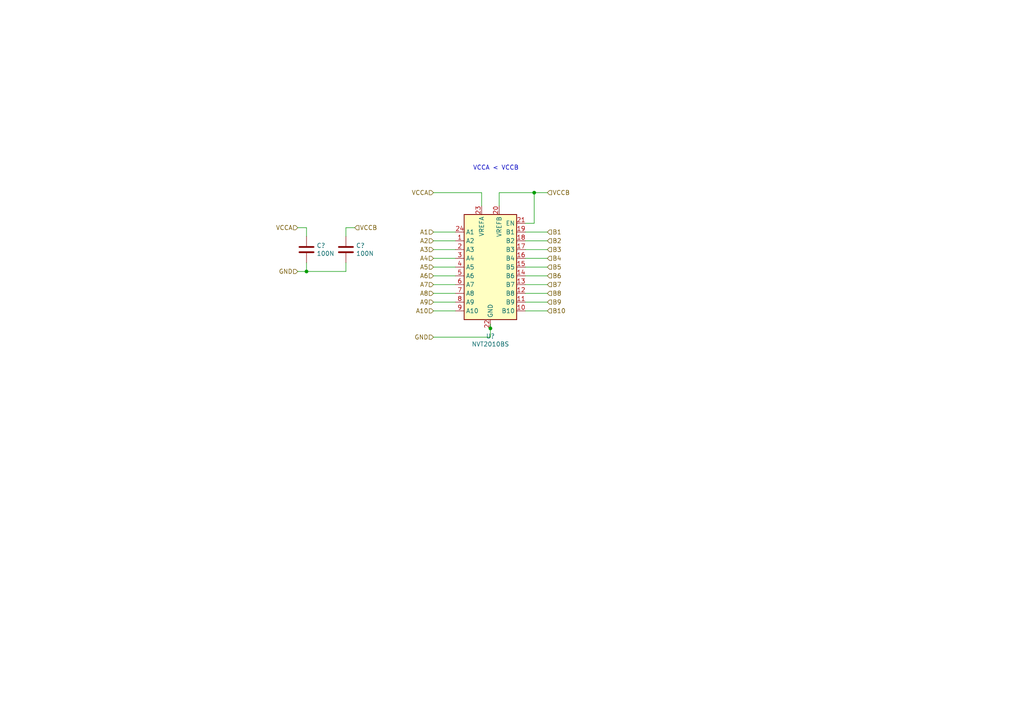
<source format=kicad_sch>
(kicad_sch (version 20211123) (generator eeschema)
  (paper "A4")
  (lib_symbols
    (symbol "Device:C" (pin_numbers hide) (pin_names (offset 0.254))
      (property "Reference" "C" (at 0.635 2.54 0))
      (property "Value" "C" (at 0.635 -2.54 0))
      (symbol "C_0_1"
        (polyline (pts (xy -2.032 -0.762) (xy 2.032 -0.762)) (stroke (width 0.508)))
        (polyline (pts (xy -2.032 0.762) (xy 2.032 0.762)) (stroke (width 0.508)))
      )
      (symbol "C_1_1"
        (pin passive line (at 0 3.81 270) (length 2.794) (name "~") (number "1"))
        (pin passive line (at 0 -3.81 90) (length 2.794) (name "~") (number "2"))
      )
    )
    (symbol "william_logic:NVT2010BS"
      (property "Reference" "U" (at -6.35 13.97 0))
      (property "Value" "NVT2010BS" (at 7.62 13.97 0))
      (symbol "NVT2010BS_1_1"
        (rectangle (start -7.62 12.7) (end 7.62 -17.78) (stroke (width 0.254)) (fill (type background)))
        (pin bidirectional line (at -10.16 5.08 0) (length 2.54) (name "A2") (number "1"))
        (pin bidirectional line (at 10.16 -15.24 180) (length 2.54) (name "B10") (number "10"))
        (pin bidirectional line (at 10.16 -12.7 180) (length 2.54) (name "B9") (number "11"))
        (pin bidirectional line (at 10.16 -10.16 180) (length 2.54) (name "B8") (number "12"))
        (pin bidirectional line (at 10.16 -7.62 180) (length 2.54) (name "B7") (number "13"))
        (pin bidirectional line (at 10.16 -5.08 180) (length 2.54) (name "B6") (number "14"))
        (pin bidirectional line (at 10.16 -2.54 180) (length 2.54) (name "B5") (number "15"))
        (pin bidirectional line (at 10.16 0 180) (length 2.54) (name "B4") (number "16"))
        (pin bidirectional line (at 10.16 2.54 180) (length 2.54) (name "B3") (number "17"))
        (pin bidirectional line (at 10.16 5.08 180) (length 2.54) (name "B2") (number "18"))
        (pin bidirectional line (at 10.16 7.62 180) (length 2.54) (name "B1") (number "19"))
        (pin bidirectional line (at -10.16 2.54 0) (length 2.54) (name "A3") (number "2"))
        (pin input line (at 2.54 15.24 270) (length 2.54) (name "VREFB") (number "20"))
        (pin input line (at 10.16 10.16 180) (length 2.54) (name "EN") (number "21"))
        (pin power_in line (at 0 -20.32 90) (length 2.54) (name "GND") (number "22"))
        (pin input line (at -2.54 15.24 270) (length 2.54) (name "VREFA") (number "23"))
        (pin bidirectional line (at -10.16 7.62 0) (length 2.54) (name "A1") (number "24"))
        (pin bidirectional line (at -10.16 0 0) (length 2.54) (name "A4") (number "3"))
        (pin bidirectional line (at -10.16 -2.54 0) (length 2.54) (name "A5") (number "4"))
        (pin bidirectional line (at -10.16 -5.08 0) (length 2.54) (name "A6") (number "5"))
        (pin bidirectional line (at -10.16 -7.62 0) (length 2.54) (name "A7") (number "6"))
        (pin bidirectional line (at -10.16 -10.16 0) (length 2.54) (name "A8") (number "7"))
        (pin bidirectional line (at -10.16 -12.7 0) (length 2.54) (name "A9") (number "8"))
        (pin bidirectional line (at -10.16 -15.24 0) (length 2.54) (name "A10") (number "9"))
      )
    )
  )
  (junction (at 142.24 95.25))
  (junction (at 154.94 55.88))
  (junction (at 88.9 78.74))
  (wire (pts (xy 152.4 72.39) (xy 158.75 72.39)))
  (wire (pts (xy 154.94 55.88) (xy 144.78 55.88)))
  (wire (pts (xy 125.73 97.79) (xy 142.24 97.79)))
  (wire (pts (xy 142.24 95.25) (xy 142.24 93.98)))
  (wire (pts (xy 152.4 90.17) (xy 158.75 90.17)))
  (wire (pts (xy 88.9 66.04) (xy 88.9 68.58)))
  (wire (pts (xy 125.73 90.17) (xy 132.08 90.17)))
  (wire (pts (xy 152.4 87.63) (xy 158.75 87.63)))
  (wire (pts (xy 144.78 55.88) (xy 144.78 59.69)))
  (wire (pts (xy 125.73 80.01) (xy 132.08 80.01)))
  (wire (pts (xy 152.4 64.77) (xy 154.94 64.77)))
  (wire (pts (xy 152.4 85.09) (xy 158.75 85.09)))
  (wire (pts (xy 152.4 69.85) (xy 158.75 69.85)))
  (wire (pts (xy 102.87 66.04) (xy 100.33 66.04)))
  (wire (pts (xy 88.9 78.74) (xy 100.33 78.74)))
  (wire (pts (xy 88.9 76.2) (xy 88.9 78.74)))
  (wire (pts (xy 139.7 55.88) (xy 139.7 59.69)))
  (wire (pts (xy 125.73 87.63) (xy 132.08 87.63)))
  (wire (pts (xy 125.73 82.55) (xy 132.08 82.55)))
  (wire (pts (xy 125.73 77.47) (xy 132.08 77.47)))
  (wire (pts (xy 86.36 78.74) (xy 88.9 78.74)))
  (wire (pts (xy 125.73 69.85) (xy 132.08 69.85)))
  (wire (pts (xy 125.73 55.88) (xy 139.7 55.88)))
  (wire (pts (xy 86.36 66.04) (xy 88.9 66.04)))
  (wire (pts (xy 152.4 67.31) (xy 158.75 67.31)))
  (wire (pts (xy 152.4 74.93) (xy 158.75 74.93)))
  (wire (pts (xy 142.24 97.79) (xy 142.24 95.25)))
  (wire (pts (xy 152.4 80.01) (xy 158.75 80.01)))
  (wire (pts (xy 125.73 67.31) (xy 132.08 67.31)))
  (wire (pts (xy 125.73 74.93) (xy 132.08 74.93)))
  (wire (pts (xy 100.33 66.04) (xy 100.33 68.58)))
  (wire (pts (xy 152.4 82.55) (xy 158.75 82.55)))
  (wire (pts (xy 125.73 85.09) (xy 132.08 85.09)))
  (wire (pts (xy 100.33 78.74) (xy 100.33 76.2)))
  (wire (pts (xy 154.94 64.77) (xy 154.94 55.88)))
  (wire (pts (xy 152.4 77.47) (xy 158.75 77.47)))
  (wire (pts (xy 125.73 72.39) (xy 132.08 72.39)))
  (wire (pts (xy 158.75 55.88) (xy 154.94 55.88)))
  (text "VCCA < VCCB" (at 137.16 49.53 0) (effects (font (size 1.27 1.27)) (justify left bottom)))
  (hierarchical_label "A5" (shape input) (at 125.73 77.47 180))
  (hierarchical_label "B8" (shape input) (at 158.75 85.09 0))
  (hierarchical_label "GND" (shape input) (at 86.36 78.74 180))
  (hierarchical_label "GND" (shape input) (at 125.73 97.79 180))
  (hierarchical_label "A10" (shape input) (at 125.73 90.17 180))
  (hierarchical_label "B9" (shape input) (at 158.75 87.63 0))
  (hierarchical_label "B7" (shape input) (at 158.75 82.55 0))
  (hierarchical_label "A3" (shape input) (at 125.73 72.39 180))
  (hierarchical_label "A1" (shape input) (at 125.73 67.31 180))
  (hierarchical_label "B4" (shape input) (at 158.75 74.93 0))
  (hierarchical_label "A4" (shape input) (at 125.73 74.93 180))
  (hierarchical_label "VCCB" (shape input) (at 102.87 66.04 0))
  (hierarchical_label "A6" (shape input) (at 125.73 80.01 180))
  (hierarchical_label "B5" (shape input) (at 158.75 77.47 0))
  (hierarchical_label "B3" (shape input) (at 158.75 72.39 0))
  (hierarchical_label "VCCA" (shape input) (at 125.73 55.88 180))
  (hierarchical_label "B10" (shape input) (at 158.75 90.17 0))
  (hierarchical_label "A2" (shape input) (at 125.73 69.85 180))
  (hierarchical_label "A8" (shape input) (at 125.73 85.09 180))
  (hierarchical_label "VCCB" (shape input) (at 158.75 55.88 0))
  (hierarchical_label "B2" (shape input) (at 158.75 69.85 0))
  (hierarchical_label "B6" (shape input) (at 158.75 80.01 0))
  (hierarchical_label "B1" (shape input) (at 158.75 67.31 0))
  (hierarchical_label "A9" (shape input) (at 125.73 87.63 180))
  (hierarchical_label "A7" (shape input) (at 125.73 82.55 180))
  (hierarchical_label "VCCA" (shape input) (at 86.36 66.04 180))
  (symbol (lib_id "Device:C") (at 88.9 72.39 0) (unit 1)
    (property "Reference" "C?" (at 91.821 71.2216 0) (effects (justify left)))
    (property "Value" "100N" (at 91.821 73.533 0) (effects (justify left)))
  )
  (symbol (lib_id "Device:C") (at 100.33 72.39 0) (unit 1)
    (property "Reference" "C?" (at 103.251 71.2216 0) (effects (justify left)))
    (property "Value" "100N" (at 103.251 73.533 0) (effects (justify left)))
  )
  (symbol (lib_id "william_logic:NVT2010BS") (at 142.24 74.93 0) (unit 1)
    (property "Reference" "U?" (at 142.24 97.5106 0))
    (property "Value" "NVT2010BS" (at 142.24 99.822 0))
    (property "Footprint" "william_logic:QFN-24-1EP_4x4mm_P0.5mm_EP2.1x2.1mm" (effects hide))
  )
)
</source>
